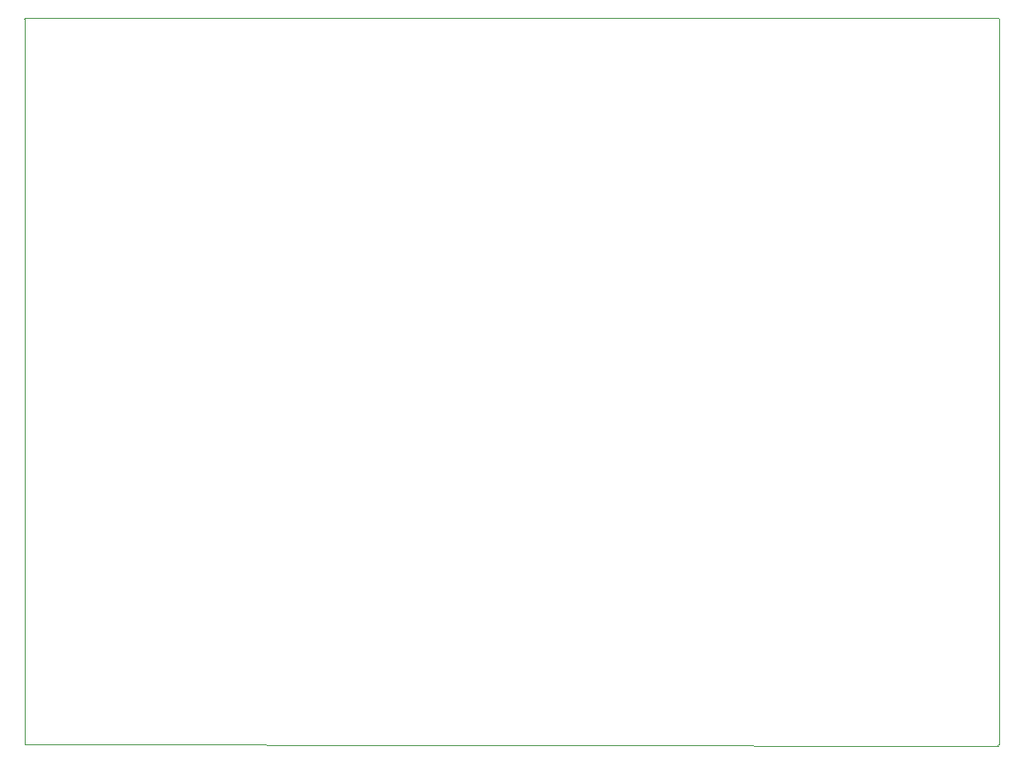
<source format=gbr>
G04*
G04 #@! TF.GenerationSoftware,Altium Limited,Altium Designer,24.0.1 (36)*
G04*
G04 Layer_Color=0*
%FSLAX25Y25*%
%MOIN*%
G70*
G04*
G04 #@! TF.SameCoordinates,A2E01C4A-C41F-4235-85C4-DC12FCC8AE1E*
G04*
G04*
G04 #@! TF.FilePolarity,Positive*
G04*
G01*
G75*
%ADD107C,0.00100*%
D107*
X202878Y205620D02*
Y488380D01*
D02*
G02*
X203380Y488881I501J0D01*
G01*
X582530D01*
D02*
G02*
X583031Y488380I0J-501D01*
G01*
X583031Y205500D01*
D02*
G02*
X582530Y204998I-501J0D01*
G01*
X202878Y205620D01*
M02*

</source>
